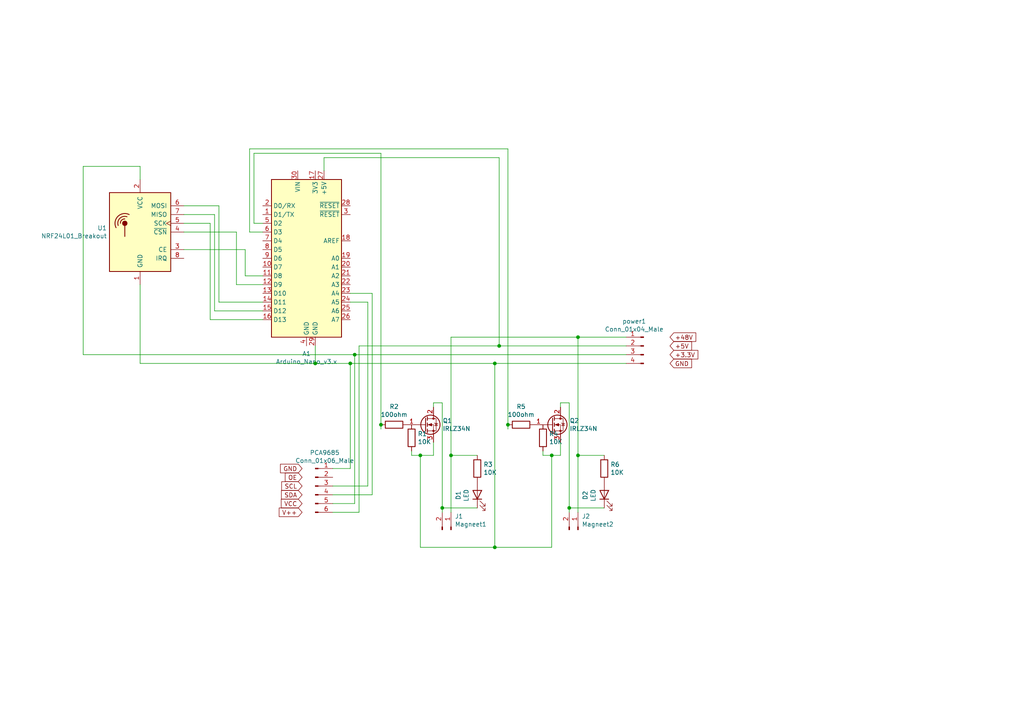
<source format=kicad_sch>
(kicad_sch (version 20250114) (generator "eeschema") (generator_version "9.0")
  (paper "A4")
  (lib_symbols
    (symbol "Connector:Conn_01x02_Male" (pin_names (offset 1.016) (hide yes))
      (property "Reference" "J" (at 0 2.54 0))
      (property "Value" "Connector_Conn_01x02_Male" (at 0 -5.08 0))
      (symbol "Conn_01x02_Male_1_1"
        (rectangle (start 0.8636 0.127) (end 0 -0.127) (stroke (width 0.1524)) (fill (type outline)))
        (rectangle (start 0.8636 -2.413) (end 0 -2.667) (stroke (width 0.1524)) (fill (type outline)))
        (polyline (pts (xy 1.27 0) (xy 0.8636 0)) (stroke (width 0.1524)))
        (polyline (pts (xy 1.27 -2.54) (xy 0.8636 -2.54)) (stroke (width 0.1524)))
        (pin passive line (at 5.08 0 180) (length 3.81) (name "Pin_1") (number "1"))
        (pin passive line (at 5.08 -2.54 180) (length 3.81) (name "Pin_2") (number "2"))
      )
    )
    (symbol "Connector:Conn_01x04_Male" (pin_names (offset 1.016) (hide yes))
      (property "Reference" "J" (at 0 5.08 0))
      (property "Value" "Connector_Conn_01x04_Male" (at 0 -7.62 0))
      (symbol "Conn_01x04_Male_1_1"
        (rectangle (start 0.8636 2.667) (end 0 2.413) (stroke (width 0.1524)) (fill (type outline)))
        (rectangle (start 0.8636 0.127) (end 0 -0.127) (stroke (width 0.1524)) (fill (type outline)))
        (rectangle (start 0.8636 -2.413) (end 0 -2.667) (stroke (width 0.1524)) (fill (type outline)))
        (rectangle (start 0.8636 -4.953) (end 0 -5.207) (stroke (width 0.1524)) (fill (type outline)))
        (polyline (pts (xy 1.27 2.54) (xy 0.8636 2.54)) (stroke (width 0.1524)))
        (polyline (pts (xy 1.27 0) (xy 0.8636 0)) (stroke (width 0.1524)))
        (polyline (pts (xy 1.27 -2.54) (xy 0.8636 -2.54)) (stroke (width 0.1524)))
        (polyline (pts (xy 1.27 -5.08) (xy 0.8636 -5.08)) (stroke (width 0.1524)))
        (pin passive line (at 5.08 2.54 180) (length 3.81) (name "Pin_1") (number "1"))
        (pin passive line (at 5.08 0 180) (length 3.81) (name "Pin_2") (number "2"))
        (pin passive line (at 5.08 -2.54 180) (length 3.81) (name "Pin_3") (number "3"))
        (pin passive line (at 5.08 -5.08 180) (length 3.81) (name "Pin_4") (number "4"))
      )
    )
    (symbol "Connector:Conn_01x06_Male" (pin_names (offset 1.016) (hide yes))
      (property "Reference" "J" (at 0 7.62 0))
      (property "Value" "Connector_Conn_01x06_Male" (at 0 -10.16 0))
      (symbol "Conn_01x06_Male_1_1"
        (rectangle (start 0.8636 5.207) (end 0 4.953) (stroke (width 0.1524)) (fill (type outline)))
        (rectangle (start 0.8636 2.667) (end 0 2.413) (stroke (width 0.1524)) (fill (type outline)))
        (rectangle (start 0.8636 0.127) (end 0 -0.127) (stroke (width 0.1524)) (fill (type outline)))
        (rectangle (start 0.8636 -2.413) (end 0 -2.667) (stroke (width 0.1524)) (fill (type outline)))
        (rectangle (start 0.8636 -4.953) (end 0 -5.207) (stroke (width 0.1524)) (fill (type outline)))
        (rectangle (start 0.8636 -7.493) (end 0 -7.747) (stroke (width 0.1524)) (fill (type outline)))
        (polyline (pts (xy 1.27 5.08) (xy 0.8636 5.08)) (stroke (width 0.1524)))
        (polyline (pts (xy 1.27 2.54) (xy 0.8636 2.54)) (stroke (width 0.1524)))
        (polyline (pts (xy 1.27 0) (xy 0.8636 0)) (stroke (width 0.1524)))
        (polyline (pts (xy 1.27 -2.54) (xy 0.8636 -2.54)) (stroke (width 0.1524)))
        (polyline (pts (xy 1.27 -5.08) (xy 0.8636 -5.08)) (stroke (width 0.1524)))
        (polyline (pts (xy 1.27 -7.62) (xy 0.8636 -7.62)) (stroke (width 0.1524)))
        (pin passive line (at 5.08 5.08 180) (length 3.81) (name "Pin_1") (number "1"))
        (pin passive line (at 5.08 2.54 180) (length 3.81) (name "Pin_2") (number "2"))
        (pin passive line (at 5.08 0 180) (length 3.81) (name "Pin_3") (number "3"))
        (pin passive line (at 5.08 -2.54 180) (length 3.81) (name "Pin_4") (number "4"))
        (pin passive line (at 5.08 -5.08 180) (length 3.81) (name "Pin_5") (number "5"))
        (pin passive line (at 5.08 -7.62 180) (length 3.81) (name "Pin_6") (number "6"))
      )
    )
    (symbol "Device:LED" (pin_numbers (hide yes)) (pin_names (offset 1.016) (hide yes))
      (property "Reference" "D" (at 0 2.54 0))
      (property "Value" "LED" (at 0 -2.54 0))
      (symbol "LED_0_1"
        (polyline (pts (xy -3.048 -0.762) (xy -4.572 -2.286) (xy -3.81 -2.286) (xy -4.572 -2.286) (xy -4.572 -1.524)))
        (polyline (pts (xy -1.778 -0.762) (xy -3.302 -2.286) (xy -2.54 -2.286) (xy -3.302 -2.286) (xy -3.302 -1.524)))
        (polyline (pts (xy -1.27 0) (xy 1.27 0)))
        (polyline (pts (xy -1.27 -1.27) (xy -1.27 1.27)) (stroke (width 0.254)))
        (polyline (pts (xy 1.27 -1.27) (xy 1.27 1.27) (xy -1.27 0) (xy 1.27 -1.27)) (stroke (width 0.254)))
      )
      (symbol "LED_1_1"
        (pin passive line (at -3.81 0 0) (length 2.54) (name "K") (number "1"))
        (pin passive line (at 3.81 0 180) (length 2.54) (name "A") (number "2"))
      )
    )
    (symbol "Device:R" (pin_numbers (hide yes)) (pin_names (offset 0))
      (property "Reference" "R" (at 2.032 0 90))
      (property "Value" "R" (at 0 0 90))
      (symbol "R_0_1"
        (rectangle (start -1.016 -2.54) (end 1.016 2.54) (stroke (width 0.254)))
      )
      (symbol "R_1_1"
        (pin passive line (at 0 3.81 270) (length 1.27) (name "~") (number "1"))
        (pin passive line (at 0 -3.81 90) (length 1.27) (name "~") (number "2"))
      )
    )
    (symbol "MCU_Module:Arduino_Nano_v3.x"
      (property "Reference" "A" (at -10.16 23.495 0))
      (property "Value" "Arduino_Nano_v3.x" (at 5.08 -24.13 0))
      (symbol "Arduino_Nano_v3.x_0_1"
        (rectangle (start -10.16 22.86) (end 10.16 -22.86) (stroke (width 0.254)) (fill (type background)))
      )
      (symbol "Arduino_Nano_v3.x_1_1"
        (pin bidirectional line (at -12.7 15.24 0) (length 2.54) (name "D0/RX") (number "2"))
        (pin bidirectional line (at -12.7 12.7 0) (length 2.54) (name "D1/TX") (number "1"))
        (pin bidirectional line (at -12.7 10.16 0) (length 2.54) (name "D2") (number "5"))
        (pin bidirectional line (at -12.7 7.62 0) (length 2.54) (name "D3") (number "6"))
        (pin bidirectional line (at -12.7 5.08 0) (length 2.54) (name "D4") (number "7"))
        (pin bidirectional line (at -12.7 2.54 0) (length 2.54) (name "D5") (number "8"))
        (pin bidirectional line (at -12.7 0 0) (length 2.54) (name "D6") (number "9"))
        (pin bidirectional line (at -12.7 -2.54 0) (length 2.54) (name "D7") (number "10"))
        (pin bidirectional line (at -12.7 -5.08 0) (length 2.54) (name "D8") (number "11"))
        (pin bidirectional line (at -12.7 -7.62 0) (length 2.54) (name "D9") (number "12"))
        (pin bidirectional line (at -12.7 -10.16 0) (length 2.54) (name "D10") (number "13"))
        (pin bidirectional line (at -12.7 -12.7 0) (length 2.54) (name "D11") (number "14"))
        (pin bidirectional line (at -12.7 -15.24 0) (length 2.54) (name "D12") (number "15"))
        (pin bidirectional line (at -12.7 -17.78 0) (length 2.54) (name "D13") (number "16"))
        (pin power_in line (at -2.54 25.4 270) (length 2.54) (name "VIN") (number "30"))
        (pin power_in line (at 0 -25.4 90) (length 2.54) (name "GND") (number "4"))
        (pin power_out line (at 2.54 25.4 270) (length 2.54) (name "3V3") (number "17"))
        (pin power_in line (at 2.54 -25.4 90) (length 2.54) (name "GND") (number "29"))
        (pin power_out line (at 5.08 25.4 270) (length 2.54) (name "+5V") (number "27"))
        (pin input line (at 12.7 15.24 180) (length 2.54) (name "~{RESET}") (number "28"))
        (pin input line (at 12.7 12.7 180) (length 2.54) (name "~{RESET}") (number "3"))
        (pin input line (at 12.7 5.08 180) (length 2.54) (name "AREF") (number "18"))
        (pin bidirectional line (at 12.7 0 180) (length 2.54) (name "A0") (number "19"))
        (pin bidirectional line (at 12.7 -2.54 180) (length 2.54) (name "A1") (number "20"))
        (pin bidirectional line (at 12.7 -5.08 180) (length 2.54) (name "A2") (number "21"))
        (pin bidirectional line (at 12.7 -7.62 180) (length 2.54) (name "A3") (number "22"))
        (pin bidirectional line (at 12.7 -10.16 180) (length 2.54) (name "A4") (number "23"))
        (pin bidirectional line (at 12.7 -12.7 180) (length 2.54) (name "A5") (number "24"))
        (pin bidirectional line (at 12.7 -15.24 180) (length 2.54) (name "A6") (number "25"))
        (pin bidirectional line (at 12.7 -17.78 180) (length 2.54) (name "A7") (number "26"))
      )
    )
    (symbol "RF:NRF24L01_Breakout" (pin_names (offset 1.016))
      (property "Reference" "U" (at -8.89 12.7 0))
      (property "Value" "NRF24L01_Breakout" (at 3.81 12.7 0))
      (symbol "NRF24L01_Breakout_0_1"
        (rectangle (start -8.89 11.43) (end 8.89 -11.43) (stroke (width 0.254)) (fill (type background)))
        (arc (start 3.175 5.08) (mid 6.453 4.548) (end 6.985 1.27) (stroke (width 0.254)))
        (circle (center 4.445 2.54) (radius 0.635) (stroke (width 0.254)) (fill (type outline)))
        (polyline (pts (xy 4.445 1.905) (xy 4.445 -1.27)) (stroke (width 0.254)))
        (arc (start 3.81 4.445) (mid 5.8835 3.9785) (end 6.35 1.905) (stroke (width 0.254)))
        (arc (start 4.445 3.81) (mid 5.3558 3.4508) (end 5.715 2.54) (stroke (width 0.254)))
      )
      (symbol "NRF24L01_Breakout_1_1"
        (pin input line (at -12.7 7.62 0) (length 3.81) (name "MOSI") (number "6"))
        (pin output line (at -12.7 5.08 0) (length 3.81) (name "MISO") (number "7"))
        (pin input clock (at -12.7 2.54 0) (length 3.81) (name "SCK") (number "5"))
        (pin input line (at -12.7 0 0) (length 3.81) (name "~{CSN}") (number "4"))
        (pin input line (at -12.7 -5.08 0) (length 3.81) (name "CE") (number "3"))
        (pin output line (at -12.7 -7.62 0) (length 3.81) (name "IRQ") (number "8"))
        (pin power_in line (at 0 15.24 270) (length 3.81) (name "VCC") (number "2"))
        (pin power_in line (at 0 -15.24 90) (length 3.81) (name "GND") (number "1"))
      )
    )
    (symbol "Transistor_FET:IRLZ34N" (pin_names (hide yes))
      (property "Reference" "Q" (at 5.08 1.905 0))
      (property "Value" "IRLZ34N" (at 5.08 0 0))
      (symbol "IRLZ34N_0_1"
        (polyline (pts (xy 0.254 1.905) (xy 0.254 -1.905)) (stroke (width 0.254)))
        (polyline (pts (xy 0.254 0) (xy -2.54 0)))
        (polyline (pts (xy 0.762 2.286) (xy 0.762 1.27)) (stroke (width 0.254)))
        (polyline (pts (xy 0.762 0.508) (xy 0.762 -0.508)) (stroke (width 0.254)))
        (polyline (pts (xy 0.762 -1.27) (xy 0.762 -2.286)) (stroke (width 0.254)))
        (polyline (pts (xy 0.762 -1.778) (xy 3.302 -1.778) (xy 3.302 1.778) (xy 0.762 1.778)))
        (polyline (pts (xy 1.016 0) (xy 2.032 0.381) (xy 2.032 -0.381) (xy 1.016 0)) (fill (type outline)))
        (circle (center 1.651 0) (radius 2.794) (stroke (width 0.254)))
        (polyline (pts (xy 2.54 2.54) (xy 2.54 1.778)))
        (circle (center 2.54 1.778) (radius 0.254) (fill (type outline)))
        (circle (center 2.54 -1.778) (radius 0.254) (fill (type outline)))
        (polyline (pts (xy 2.54 -2.54) (xy 2.54 0) (xy 0.762 0)))
        (polyline (pts (xy 2.794 0.508) (xy 2.921 0.381) (xy 3.683 0.381) (xy 3.81 0.254)))
        (polyline (pts (xy 3.302 0.381) (xy 2.921 -0.254) (xy 3.683 -0.254) (xy 3.302 0.381)))
      )
      (symbol "IRLZ34N_1_1"
        (pin input line (at -5.08 0 0) (length 2.54) (name "G") (number "1"))
        (pin passive line (at 2.54 5.08 270) (length 2.54) (name "D") (number "2"))
        (pin passive line (at 2.54 -5.08 90) (length 2.54) (name "S") (number "3"))
      )
    )
  )
  (junction (at 147.32 123.19))
  (junction (at 144.78 100.33))
  (junction (at 167.64 132.08))
  (junction (at 91.44 105.41))
  (junction (at 110.49 123.19))
  (junction (at 130.81 132.08))
  (junction (at 160.02 132.08))
  (junction (at 101.6 105.41))
  (junction (at 102.87 102.87))
  (junction (at 165.1 147.32))
  (junction (at 121.92 132.08))
  (junction (at 167.64 97.79))
  (junction (at 143.51 105.41))
  (junction (at 128.27 147.32))
  (junction (at 143.51 158.75))
  (wire (pts (xy 91.44 105.41) (xy 40.64 105.41)))
  (wire (pts (xy 143.51 158.75) (xy 143.51 105.41)))
  (wire (pts (xy 62.23 62.23) (xy 62.23 90.17)))
  (wire (pts (xy 93.98 49.53) (xy 93.98 45.72)))
  (wire (pts (xy 101.6 135.89) (xy 101.6 105.41)))
  (wire (pts (xy 71.12 72.39) (xy 71.12 80.01)))
  (wire (pts (xy 107.95 85.09) (xy 101.6 85.09)))
  (wire (pts (xy 125.73 116.84) (xy 125.73 118.11)))
  (wire (pts (xy 165.1 147.32) (xy 165.1 116.84)))
  (wire (pts (xy 143.51 105.41) (xy 101.6 105.41)))
  (wire (pts (xy 106.68 87.63) (xy 101.6 87.63)))
  (wire (pts (xy 162.56 132.08) (xy 162.56 128.27)))
  (wire (pts (xy 53.34 67.31) (xy 68.58 67.31)))
  (wire (pts (xy 93.98 45.72) (xy 144.78 45.72)))
  (wire (pts (xy 130.81 97.79) (xy 167.64 97.79)))
  (wire (pts (xy 175.26 132.08) (xy 167.64 132.08)))
  (wire (pts (xy 110.49 44.45) (xy 73.66 44.45)))
  (wire (pts (xy 104.14 100.33) (xy 144.78 100.33)))
  (wire (pts (xy 73.66 44.45) (xy 73.66 64.77)))
  (wire (pts (xy 63.5 87.63) (xy 76.2 87.63)))
  (wire (pts (xy 147.32 123.19) (xy 147.32 43.18)))
  (wire (pts (xy 60.96 92.71) (xy 76.2 92.71)))
  (wire (pts (xy 130.81 148.59) (xy 130.81 132.08)))
  (wire (pts (xy 72.39 67.31) (xy 76.2 67.31)))
  (wire (pts (xy 125.73 132.08) (xy 125.73 128.27)))
  (wire (pts (xy 128.27 148.59) (xy 128.27 147.32)))
  (wire (pts (xy 60.96 64.77) (xy 60.96 92.71)))
  (wire (pts (xy 102.87 146.05) (xy 102.87 102.87)))
  (wire (pts (xy 110.49 123.19) (xy 110.49 44.45)))
  (wire (pts (xy 144.78 45.72) (xy 144.78 100.33)))
  (wire (pts (xy 53.34 72.39) (xy 71.12 72.39)))
  (wire (pts (xy 104.14 148.59) (xy 104.14 100.33)))
  (wire (pts (xy 147.32 43.18) (xy 72.39 43.18)))
  (wire (pts (xy 143.51 158.75) (xy 160.02 158.75)))
  (wire (pts (xy 40.64 48.26) (xy 40.64 52.07)))
  (wire (pts (xy 40.64 105.41) (xy 40.64 82.55)))
  (wire (pts (xy 63.5 59.69) (xy 63.5 87.63)))
  (wire (pts (xy 107.95 143.51) (xy 107.95 85.09)))
  (wire (pts (xy 128.27 147.32) (xy 128.27 116.84)))
  (wire (pts (xy 91.44 100.33) (xy 91.44 105.41)))
  (wire (pts (xy 162.56 116.84) (xy 162.56 118.11)))
  (wire (pts (xy 121.92 158.75) (xy 143.51 158.75)))
  (wire (pts (xy 53.34 59.69) (xy 63.5 59.69)))
  (wire (pts (xy 167.64 148.59) (xy 167.64 132.08)))
  (wire (pts (xy 96.52 146.05) (xy 102.87 146.05)))
  (wire (pts (xy 96.52 135.89) (xy 101.6 135.89)))
  (wire (pts (xy 106.68 140.97) (xy 106.68 87.63)))
  (wire (pts (xy 144.78 100.33) (xy 181.61 100.33)))
  (wire (pts (xy 167.64 97.79) (xy 181.61 97.79)))
  (wire (pts (xy 121.92 132.08) (xy 125.73 132.08)))
  (wire (pts (xy 167.64 132.08) (xy 167.64 97.79)))
  (wire (pts (xy 24.13 48.26) (xy 40.64 48.26)))
  (wire (pts (xy 24.13 102.87) (xy 102.87 102.87)))
  (wire (pts (xy 138.43 147.32) (xy 128.27 147.32)))
  (wire (pts (xy 119.38 132.08) (xy 121.92 132.08)))
  (wire (pts (xy 96.52 140.97) (xy 106.68 140.97)))
  (wire (pts (xy 128.27 116.84) (xy 125.73 116.84)))
  (wire (pts (xy 121.92 132.08) (xy 121.92 158.75)))
  (wire (pts (xy 157.48 130.81) (xy 157.48 132.08)))
  (wire (pts (xy 68.58 67.31) (xy 68.58 82.55)))
  (wire (pts (xy 73.66 64.77) (xy 76.2 64.77)))
  (wire (pts (xy 181.61 105.41) (xy 143.51 105.41)))
  (wire (pts (xy 165.1 116.84) (xy 162.56 116.84)))
  (wire (pts (xy 147.32 123.19) (xy 147.32 124.46)))
  (wire (pts (xy 71.12 80.01) (xy 76.2 80.01)))
  (wire (pts (xy 72.39 43.18) (xy 72.39 67.31)))
  (wire (pts (xy 165.1 148.59) (xy 165.1 147.32)))
  (wire (pts (xy 101.6 105.41) (xy 91.44 105.41)))
  (wire (pts (xy 160.02 132.08) (xy 160.02 158.75)))
  (wire (pts (xy 62.23 90.17) (xy 76.2 90.17)))
  (wire (pts (xy 68.58 82.55) (xy 76.2 82.55)))
  (wire (pts (xy 119.38 130.81) (xy 119.38 132.08)))
  (wire (pts (xy 53.34 62.23) (xy 62.23 62.23)))
  (wire (pts (xy 24.13 102.87) (xy 24.13 48.26)))
  (wire (pts (xy 102.87 102.87) (xy 181.61 102.87)))
  (wire (pts (xy 96.52 143.51) (xy 107.95 143.51)))
  (wire (pts (xy 175.26 147.32) (xy 165.1 147.32)))
  (wire (pts (xy 157.48 132.08) (xy 160.02 132.08)))
  (wire (pts (xy 96.52 148.59) (xy 104.14 148.59)))
  (wire (pts (xy 130.81 132.08) (xy 138.43 132.08)))
  (wire (pts (xy 160.02 132.08) (xy 162.56 132.08)))
  (wire (pts (xy 53.34 64.77) (xy 60.96 64.77)))
  (wire (pts (xy 110.49 123.19) (xy 110.49 124.46)))
  (wire (pts (xy 130.81 132.08) (xy 130.81 97.79)))
  (global_label "V++" (shape input) (at 87.63 148.59 180) (property "Intersheetrefs" "${INTERSHEET_REFS}" (effects (hide yes))))
  (global_label "+3.3V" (shape input) (at 194.31 102.87 0) (property "Intersheetrefs" "${INTERSHEET_REFS}" (effects (hide yes))))
  (global_label "+5V" (shape input) (at 194.31 100.33 0) (property "Intersheetrefs" "${INTERSHEET_REFS}" (effects (hide yes))))
  (global_label "VCC" (shape input) (at 87.63 146.05 180) (property "Intersheetrefs" "${INTERSHEET_REFS}" (effects (hide yes))))
  (global_label "OE" (shape input) (at 87.63 138.43 180) (property "Intersheetrefs" "${INTERSHEET_REFS}" (effects (hide yes))))
  (global_label "GND" (shape input) (at 194.31 105.41 0) (property "Intersheetrefs" "${INTERSHEET_REFS}" (effects (hide yes))))
  (global_label "+48V" (shape input) (at 194.31 97.79 0) (property "Intersheetrefs" "${INTERSHEET_REFS}" (effects (hide yes))))
  (global_label "GND" (shape input) (at 87.63 135.89 180) (property "Intersheetrefs" "${INTERSHEET_REFS}" (effects (hide yes))))
  (global_label "SCL" (shape input) (at 87.63 140.97 180) (property "Intersheetrefs" "${INTERSHEET_REFS}" (effects (hide yes))))
  (global_label "SDA" (shape input) (at 87.63 143.51 180) (property "Intersheetrefs" "${INTERSHEET_REFS}" (effects (hide yes))))
  (symbol (lib_id "MCU_Module:Arduino_Nano_v3.x") (at 88.9 74.93 0) (unit 1)
    (property "Reference" "A1" (at 88.9 102.5906 0))
    (property "Value" "Arduino_Nano_v3.x" (at 88.9 104.902 0))
    (property "Footprint" "Module:Arduino_Nano" (effects (hide yes)))
    (property "Datasheet" "http://www.mouser.com/pdfdocs/Gravitech_Arduino_Nano3_0.pdf" (effects (hide yes)))
  )
  (symbol (lib_id "Transistor_FET:IRLZ34N") (at 123.19 123.19 0) (unit 1)
    (property "Reference" "Q1" (at 128.3716 122.0216 0) (effects (justify left)))
    (property "Value" "IRLZ34N" (at 128.3716 124.333 0) (effects (justify left)))
    (property "Footprint" "Package_TO_SOT_THT:TO-220-3_Vertical" (effects (hide yes)))
    (property "Datasheet" "http://www.infineon.com/dgdl/irlz34npbf.pdf?fileId=5546d462533600a40153567206892720" (effects (hide yes)))
  )
  (symbol (lib_id "Device:R") (at 114.3 123.19 270) (unit 1)
    (property "Reference" "R2" (at 114.3 117.9322 90))
    (property "Value" "100ohm" (at 114.3 120.2436 90))
    (property "Footprint" "Resistor_THT:R_Axial_DIN0204_L3.6mm_D1.6mm_P7.62mm_Horizontal" (effects (hide yes)))
  )
  (symbol (lib_id "Device:LED") (at 138.43 143.51 90) (unit 1)
    (property "Reference" "D1" (at 132.9182 143.6878 0))
    (property "Value" "LED" (at 135.2296 143.6878 0))
    (property "Footprint" "LED_THT:LED_D5.0mm" (effects (hide yes)))
  )
  (symbol (lib_id "Device:R") (at 119.38 127 0) (unit 1)
    (property "Reference" "R1" (at 121.158 125.8316 0) (effects (justify left)))
    (property "Value" "10K" (at 121.158 128.143 0) (effects (justify left)))
    (property "Footprint" "Resistor_THT:R_Axial_DIN0204_L3.6mm_D1.6mm_P7.62mm_Horizontal" (effects (hide yes)))
  )
  (symbol (lib_id "Device:R") (at 138.43 135.89 0) (unit 1)
    (property "Reference" "R3" (at 140.208 134.7216 0) (effects (justify left)))
    (property "Value" "10K" (at 140.208 137.033 0) (effects (justify left)))
    (property "Footprint" "Resistor_THT:R_Axial_DIN0204_L3.6mm_D1.6mm_P7.62mm_Horizontal" (effects (hide yes)))
  )
  (symbol (lib_id "RF:NRF24L01_Breakout") (at 40.64 67.31 0) (mirror y) (unit 1)
    (property "Reference" "U1" (at 31.0134 66.1416 0) (effects (justify left)))
    (property "Value" "NRF24L01_Breakout" (at 31.0134 68.453 0) (effects (justify left)))
    (property "Footprint" "RF_Module:nRF24L01_Breakout" (effects (hide yes)))
    (property "Datasheet" "http://www.nordicsemi.com/eng/content/download/2730/34105/file/nRF24L01_Product_Specification_v2_0.pdf" (effects (hide yes)))
  )
  (symbol (lib_id "Connector:Conn_01x02_Male") (at 130.81 153.67 270) (mirror x) (unit 1)
    (property "Reference" "J1" (at 131.9276 149.7584 90) (effects (justify left)))
    (property "Value" "Magneet1" (at 131.9276 152.0698 90) (effects (justify left)))
    (property "Footprint" "Connector_PinSocket_2.54mm:PinSocket_1x02_P2.54mm_Vertical" (effects (hide yes)))
  )
  (symbol (lib_id "Connector:Conn_01x04_Male") (at 186.69 100.33 0) (mirror y) (unit 1)
    (property "Reference" "power1" (at 183.9468 93.1926 0))
    (property "Value" "Conn_01x04_Male" (at 183.9468 95.504 0))
    (property "Footprint" "Connector_PinSocket_2.54mm:PinSocket_1x04_P2.54mm_Horizontal" (effects (hide yes)))
  )
  (symbol (lib_id "Connector:Conn_01x06_Male") (at 91.44 140.97 0) (unit 1)
    (property "Reference" "PCA9685" (at 94.1832 131.2926 0))
    (property "Value" "Conn_01x06_Male" (at 94.1832 133.604 0))
    (property "Footprint" "Connector_PinSocket_2.54mm:PinSocket_1x06_P2.54mm_Horizontal" (effects (hide yes)))
  )
  (symbol (lib_id "Device:LED") (at 175.26 143.51 90) (unit 1)
    (property "Reference" "D2" (at 169.7482 143.6878 0))
    (property "Value" "LED" (at 172.0596 143.6878 0))
    (property "Footprint" "LED_THT:LED_D5.0mm" (effects (hide yes)))
  )
  (symbol (lib_id "Device:R") (at 157.48 127 0) (unit 1)
    (property "Reference" "R4" (at 159.258 125.8316 0) (effects (justify left)))
    (property "Value" "10K" (at 159.258 128.143 0) (effects (justify left)))
    (property "Footprint" "Resistor_THT:R_Axial_DIN0204_L3.6mm_D1.6mm_P7.62mm_Horizontal" (effects (hide yes)))
  )
  (symbol (lib_id "Device:R") (at 151.13 123.19 270) (unit 1)
    (property "Reference" "R5" (at 151.13 117.9322 90))
    (property "Value" "100ohm" (at 151.13 120.2436 90))
    (property "Footprint" "Resistor_THT:R_Axial_DIN0204_L3.6mm_D1.6mm_P7.62mm_Horizontal" (effects (hide yes)))
  )
  (symbol (lib_id "Transistor_FET:IRLZ34N") (at 160.02 123.19 0) (unit 1)
    (property "Reference" "Q2" (at 165.2016 122.0216 0) (effects (justify left)))
    (property "Value" "IRLZ34N" (at 165.2016 124.333 0) (effects (justify left)))
    (property "Footprint" "Package_TO_SOT_THT:TO-220-3_Vertical" (effects (hide yes)))
    (property "Datasheet" "http://www.infineon.com/dgdl/irlz34npbf.pdf?fileId=5546d462533600a40153567206892720" (effects (hide yes)))
  )
  (symbol (lib_id "Device:R") (at 175.26 135.89 0) (unit 1)
    (property "Reference" "R6" (at 177.038 134.7216 0) (effects (justify left)))
    (property "Value" "10K" (at 177.038 137.033 0) (effects (justify left)))
    (property "Footprint" "Resistor_THT:R_Axial_DIN0204_L3.6mm_D1.6mm_P7.62mm_Horizontal" (effects (hide yes)))
  )
  (symbol (lib_id "Connector:Conn_01x02_Male") (at 167.64 153.67 270) (mirror x) (unit 1)
    (property "Reference" "J2" (at 168.7576 149.7584 90) (effects (justify left)))
    (property "Value" "Magneet2" (at 168.7576 152.0698 90) (effects (justify left)))
    (property "Footprint" "Connector_PinSocket_2.54mm:PinSocket_1x02_P2.54mm_Vertical" (effects (hide yes)))
  )
)
</source>
